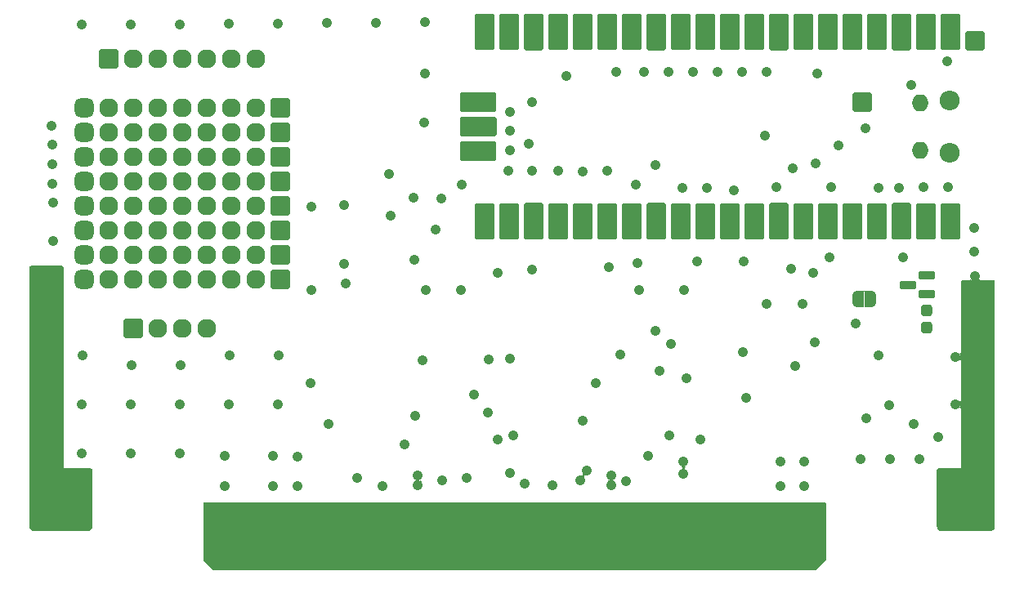
<source format=gts>
G04 #@! TF.GenerationSoftware,KiCad,Pcbnew,(6.0.9-0)*
G04 #@! TF.CreationDate,2022-11-09T18:09:48+01:00*
G04 #@! TF.ProjectId,picocart64_v1_lite,7069636f-6361-4727-9436-345f76315f6c,rev?*
G04 #@! TF.SameCoordinates,Original*
G04 #@! TF.FileFunction,Soldermask,Top*
G04 #@! TF.FilePolarity,Negative*
%FSLAX46Y46*%
G04 Gerber Fmt 4.6, Leading zero omitted, Abs format (unit mm)*
G04 Created by KiCad (PCBNEW (6.0.9-0)) date 2022-11-09 18:09:48*
%MOMM*%
%LPD*%
G01*
G04 APERTURE LIST*
G04 Aperture macros list*
%AMRoundRect*
0 Rectangle with rounded corners*
0 $1 Rounding radius*
0 $2 $3 $4 $5 $6 $7 $8 $9 X,Y pos of 4 corners*
0 Add a 4 corners polygon primitive as box body*
4,1,4,$2,$3,$4,$5,$6,$7,$8,$9,$2,$3,0*
0 Add four circle primitives for the rounded corners*
1,1,$1+$1,$2,$3*
1,1,$1+$1,$4,$5*
1,1,$1+$1,$6,$7*
1,1,$1+$1,$8,$9*
0 Add four rect primitives between the rounded corners*
20,1,$1+$1,$2,$3,$4,$5,0*
20,1,$1+$1,$4,$5,$6,$7,0*
20,1,$1+$1,$6,$7,$8,$9,0*
20,1,$1+$1,$8,$9,$2,$3,0*%
%AMFreePoly0*
4,1,39,0.570283,0.859363,0.618252,0.804004,0.630000,0.750000,0.630000,-0.750000,0.609363,-0.820283,0.554004,-0.868252,0.500000,-0.880000,0.000000,-0.880000,-0.017963,-0.874725,-0.082323,-0.873546,-0.118708,-0.867653,-0.254023,-0.825378,-0.287292,-0.809510,-0.405302,-0.730955,-0.432779,-0.706387,-0.523999,-0.597868,-0.543477,-0.566576,-0.600572,-0.436817,-0.610484,-0.401316,-0.628067,-0.266856,
-0.626381,-0.266636,-0.630000,-0.250000,-0.630000,0.250000,-0.628679,0.254499,-0.628415,0.276110,-0.606604,0.416187,-0.595828,0.451434,-0.535580,0.579759,-0.515343,0.610567,-0.421499,0.716825,-0.393430,0.740714,-0.273535,0.816362,-0.239889,0.831412,-0.103582,0.870369,-0.067063,0.875372,-0.022526,0.875100,0.000000,0.880000,0.500000,0.880000,0.570283,0.859363,0.570283,0.859363,
$1*%
%AMFreePoly1*
4,1,39,0.017523,0.874855,0.074698,0.874506,0.111153,0.869058,0.246974,0.828439,0.280434,0.812978,0.399396,0.735871,0.427172,0.711640,0.519710,0.604243,0.539568,0.573192,0.598245,0.444140,0.608590,0.408762,0.628687,0.268429,0.630000,0.250000,0.630000,-0.250000,0.629990,-0.251586,0.629841,-0.263802,0.628049,-0.283784,0.604529,-0.423585,0.593323,-0.458700,0.531511,-0.586279,
0.510900,-0.616835,0.415765,-0.721939,0.387405,-0.745484,0.266595,-0.819661,0.232768,-0.834299,0.095995,-0.871588,0.059418,-0.876144,0.020966,-0.875439,0.000000,-0.880000,-0.500000,-0.880000,-0.570283,-0.859363,-0.618252,-0.804004,-0.630000,-0.750000,-0.630000,0.750000,-0.609363,0.820283,-0.554004,0.868252,-0.500000,0.880000,0.000000,0.880000,0.017523,0.874855,0.017523,0.874855,
$1*%
G04 Aperture macros list end*
%ADD10C,2.760000*%
%ADD11RoundRect,0.130000X0.850000X0.850000X-0.850000X0.850000X-0.850000X-0.850000X0.850000X-0.850000X0*%
%ADD12RoundRect,0.130000X0.850000X-0.850000X0.850000X0.850000X-0.850000X0.850000X-0.850000X-0.850000X0*%
%ADD13O,1.960000X1.960000*%
%ADD14RoundRect,0.555000X0.425000X-0.425000X0.425000X0.425000X-0.425000X0.425000X-0.425000X-0.425000X0*%
%ADD15RoundRect,0.367500X-0.237500X0.250000X-0.237500X-0.250000X0.237500X-0.250000X0.237500X0.250000X0*%
%ADD16FreePoly0,180.000000*%
%ADD17FreePoly1,180.000000*%
%ADD18O,2.060000X2.060000*%
%ADD19O,1.760000X1.760000*%
%ADD20RoundRect,0.130000X-0.850000X1.750000X-0.850000X-1.750000X0.850000X-1.750000X0.850000X1.750000X0*%
%ADD21RoundRect,0.130000X-0.850000X0.850000X-0.850000X-0.850000X0.850000X-0.850000X0.850000X0.850000X0*%
%ADD22RoundRect,0.130000X-1.750000X-0.850000X1.750000X-0.850000X1.750000X0.850000X-1.750000X0.850000X0*%
%ADD23RoundRect,0.280000X0.587500X0.150000X-0.587500X0.150000X-0.587500X-0.150000X0.587500X-0.150000X0*%
%ADD24C,1.060000*%
G04 APERTURE END LIST*
D10*
X102850000Y-112600000D03*
X197650000Y-112600000D03*
D11*
X197939990Y-65199997D03*
X186300000Y-71550000D03*
D12*
X110705000Y-95000000D03*
D13*
X113245000Y-95000000D03*
X115785000Y-95000000D03*
X118325000Y-95000000D03*
X115785000Y-74680000D03*
X110705000Y-79760000D03*
X108165000Y-89920000D03*
X115785000Y-72140000D03*
X108165000Y-82300000D03*
X110705000Y-84840000D03*
X115785000Y-84840000D03*
X123405000Y-77220000D03*
X118325000Y-72140000D03*
X108165000Y-72140000D03*
X120865000Y-77220000D03*
X108165000Y-84840000D03*
X110705000Y-72140000D03*
X123405000Y-82300000D03*
X113245000Y-74680000D03*
X108165000Y-77220000D03*
X115785000Y-79760000D03*
X118325000Y-77220000D03*
X115785000Y-82300000D03*
X120865000Y-89920000D03*
X120865000Y-87380000D03*
X120865000Y-84840000D03*
X113245000Y-77220000D03*
X115785000Y-87380000D03*
X110705000Y-82300000D03*
X108165000Y-87380000D03*
X118325000Y-79760000D03*
X110705000Y-74680000D03*
X108165000Y-79760000D03*
X123405000Y-79760000D03*
X113245000Y-87380000D03*
X115785000Y-89920000D03*
X110705000Y-77220000D03*
X123405000Y-72140000D03*
X120865000Y-72140000D03*
X113245000Y-79760000D03*
X113245000Y-72140000D03*
X123405000Y-87380000D03*
X115785000Y-77220000D03*
X123405000Y-84840000D03*
X113245000Y-84840000D03*
X113245000Y-82300000D03*
X118325000Y-89920000D03*
X118325000Y-87380000D03*
X118325000Y-82300000D03*
X108165000Y-74680000D03*
X110705000Y-89920000D03*
X110705000Y-87380000D03*
X113245000Y-89920000D03*
X120865000Y-79760000D03*
X123405000Y-74680000D03*
X120865000Y-82300000D03*
X120865000Y-74680000D03*
X123405000Y-89920000D03*
X118325000Y-84840000D03*
X118325000Y-74680000D03*
D14*
X105625000Y-79760000D03*
X105625000Y-72140000D03*
X105625000Y-87380000D03*
X105625000Y-89920000D03*
X105625000Y-84840000D03*
X105625000Y-82300000D03*
X105625000Y-74680000D03*
X105625000Y-77220000D03*
D12*
X125945000Y-87380000D03*
X125945000Y-74680000D03*
X125945000Y-72140000D03*
X125945000Y-89920000D03*
X125945000Y-84840000D03*
X125945000Y-82300000D03*
X125945000Y-77220000D03*
X125945000Y-79760000D03*
D15*
X192925000Y-93097500D03*
X192925000Y-94922500D03*
D16*
X187095000Y-91940000D03*
D17*
X185795000Y-91940000D03*
D18*
X195288600Y-76800000D03*
D19*
X192258600Y-76500000D03*
D18*
X195288600Y-71350000D03*
D19*
X192258600Y-71650000D03*
D20*
X195418600Y-64285000D03*
D13*
X195418600Y-65185000D03*
X192878600Y-65185000D03*
D20*
X192878600Y-64285000D03*
X190338600Y-64285000D03*
D21*
X190338600Y-65185000D03*
D13*
X187798600Y-65185000D03*
D20*
X187798600Y-64285000D03*
D13*
X185258600Y-65185000D03*
D20*
X185258600Y-64285000D03*
X182718600Y-64285000D03*
D13*
X182718600Y-65185000D03*
X180178600Y-65185000D03*
D20*
X180178600Y-64285000D03*
D21*
X177638600Y-65185000D03*
D20*
X177638600Y-64285000D03*
X175098600Y-64285000D03*
D13*
X175098600Y-65185000D03*
X172558600Y-65185000D03*
D20*
X172558600Y-64285000D03*
D13*
X170018600Y-65185000D03*
D20*
X170018600Y-64285000D03*
D13*
X167478600Y-65185000D03*
D20*
X167478600Y-64285000D03*
D21*
X164938600Y-65185000D03*
D20*
X164938600Y-64285000D03*
X162398600Y-64285000D03*
D13*
X162398600Y-65185000D03*
X159858600Y-65185000D03*
D20*
X159858600Y-64285000D03*
X157318600Y-64285000D03*
D13*
X157318600Y-65185000D03*
X154778600Y-65185000D03*
D20*
X154778600Y-64285000D03*
X152238600Y-64285000D03*
D21*
X152238600Y-65185000D03*
D13*
X149698600Y-65185000D03*
D20*
X149698600Y-64285000D03*
X147158600Y-64285000D03*
D13*
X147158600Y-65185000D03*
X147158600Y-82965000D03*
D20*
X147158600Y-83865000D03*
D13*
X149698600Y-82965000D03*
D20*
X149698600Y-83865000D03*
X152238600Y-83865000D03*
D21*
X152238600Y-82965000D03*
D20*
X154778600Y-83865000D03*
D13*
X154778600Y-82965000D03*
X157318600Y-82965000D03*
D20*
X157318600Y-83865000D03*
D13*
X159858600Y-82965000D03*
D20*
X159858600Y-83865000D03*
D13*
X162398600Y-82965000D03*
D20*
X162398600Y-83865000D03*
D21*
X164938600Y-82965000D03*
D20*
X164938600Y-83865000D03*
X167478600Y-83865000D03*
D13*
X167478600Y-82965000D03*
X170018600Y-82965000D03*
D20*
X170018600Y-83865000D03*
D13*
X172558600Y-82965000D03*
D20*
X172558600Y-83865000D03*
X175098600Y-83865000D03*
D13*
X175098600Y-82965000D03*
D21*
X177638600Y-82965000D03*
D20*
X177638600Y-83865000D03*
X180178600Y-83865000D03*
D13*
X180178600Y-82965000D03*
X182718600Y-82965000D03*
D20*
X182718600Y-83865000D03*
D13*
X185258600Y-82965000D03*
D20*
X185258600Y-83865000D03*
D13*
X187798600Y-82965000D03*
D20*
X187798600Y-83865000D03*
D21*
X190338600Y-82965000D03*
D20*
X190338600Y-83865000D03*
D13*
X192878600Y-82965000D03*
D20*
X192878600Y-83865000D03*
X195418600Y-83865000D03*
D13*
X195418600Y-82965000D03*
D22*
X146488600Y-71535000D03*
D13*
X147388600Y-71535000D03*
D21*
X147388600Y-74075000D03*
D22*
X146488600Y-74075000D03*
D13*
X147388600Y-76615000D03*
D22*
X146488600Y-76615000D03*
D12*
X108165000Y-67060000D03*
D13*
X110705000Y-67060000D03*
X113245000Y-67060000D03*
X115785000Y-67060000D03*
X118325000Y-67060000D03*
X120865000Y-67060000D03*
X123405000Y-67060000D03*
D23*
X192912500Y-91410000D03*
X192912500Y-89510000D03*
X191037500Y-90460000D03*
D24*
X180250000Y-111350000D03*
X180250000Y-108800000D03*
X177750000Y-111350000D03*
X177750000Y-108750000D03*
X167750000Y-108800000D03*
X167750000Y-110050000D03*
X127750000Y-111350000D03*
X127750000Y-108250000D03*
X125250000Y-108150000D03*
X125250000Y-111350000D03*
X120250000Y-111350000D03*
X120250000Y-108200000D03*
X130810000Y-63336550D03*
X141075000Y-91006500D03*
X140905318Y-73660000D03*
X181610000Y-68538966D03*
X115589704Y-102837791D03*
X190500000Y-87630000D03*
X105410000Y-63500000D03*
X101425000Y-92053295D03*
X177380000Y-80364914D03*
X192620000Y-80364914D03*
X110490000Y-107937495D03*
X115570000Y-107917791D03*
X197953903Y-92060000D03*
X157275000Y-78710000D03*
X168075000Y-100110000D03*
X180047000Y-92460000D03*
X189175000Y-108563500D03*
X181375000Y-96410000D03*
X137275000Y-79010000D03*
X138825000Y-107010000D03*
X105429704Y-102870000D03*
X148475000Y-89210000D03*
X164825000Y-78010000D03*
X129150000Y-100650000D03*
X125730000Y-102814488D03*
X183075000Y-80308167D03*
X152075000Y-78610000D03*
X102356903Y-77960000D03*
X110545560Y-98779704D03*
X102322855Y-75960000D03*
X179275000Y-98910000D03*
X115570000Y-63459124D03*
X162975000Y-88210000D03*
X101384142Y-89553295D03*
X176375000Y-68410000D03*
X197872187Y-87060000D03*
X132600000Y-88300000D03*
X101596097Y-107053295D03*
X173925000Y-97460000D03*
X179075000Y-78410000D03*
X167775000Y-91006500D03*
X102288806Y-73960000D03*
X187958792Y-80395000D03*
X120650000Y-63418266D03*
X172975000Y-80710000D03*
X164075000Y-108210000D03*
X162775000Y-80110000D03*
X197831329Y-84560000D03*
X115625560Y-98760000D03*
X149775000Y-98110000D03*
X147475000Y-103710000D03*
X171295000Y-68432806D03*
X195160000Y-80336540D03*
X176175000Y-75010000D03*
X195075000Y-67260000D03*
X102390951Y-79960000D03*
X185575000Y-94510000D03*
X159875000Y-78610000D03*
X139875000Y-87910000D03*
X173835000Y-68421403D03*
X149776384Y-74510000D03*
X149748011Y-72510000D03*
X190080000Y-80393288D03*
X195875000Y-97910000D03*
X163679048Y-68410000D03*
X120669704Y-102818088D03*
X168755000Y-68432805D03*
X137375000Y-83310000D03*
X139975000Y-104010000D03*
X144675000Y-91006500D03*
X197913045Y-89560000D03*
X169125000Y-88015000D03*
X198076477Y-99560000D03*
X129200000Y-82350000D03*
X120705560Y-97738088D03*
X135890000Y-63295692D03*
X183825000Y-76010000D03*
X197994761Y-94560000D03*
X159975000Y-88610000D03*
X152075000Y-71510000D03*
X195875000Y-102870000D03*
X101465858Y-94553295D03*
X181164600Y-89208800D03*
X182880000Y-87587963D03*
X191325000Y-69760000D03*
X169531400Y-106480800D03*
X101588432Y-102053295D03*
X198124999Y-104560000D03*
X154775000Y-78610000D03*
X192175000Y-108563500D03*
X198125000Y-107060000D03*
X102425000Y-85960000D03*
X152075000Y-88910000D03*
X102425000Y-81960000D03*
X149575000Y-78610000D03*
X101547574Y-99553295D03*
X170180000Y-80400496D03*
X140946176Y-68580000D03*
X186575000Y-74260000D03*
X150075000Y-106110000D03*
X166300000Y-106050000D03*
X142075000Y-84710000D03*
X140727800Y-98251200D03*
X125730000Y-63377408D03*
X105410000Y-107950000D03*
X186075000Y-108563500D03*
X132600000Y-82200000D03*
X173975000Y-88010000D03*
X187960000Y-97759352D03*
X105465560Y-97790000D03*
X110509704Y-102857495D03*
X160775000Y-68410000D03*
X101506716Y-97053295D03*
X198035619Y-97060000D03*
X151675000Y-75810000D03*
X167640000Y-80424141D03*
X163175000Y-91006500D03*
X166179048Y-68410000D03*
X139775000Y-81410000D03*
X101596096Y-104553295D03*
X198117335Y-102060000D03*
X155575000Y-68810000D03*
X149804758Y-76510000D03*
X129200000Y-91006500D03*
X125765856Y-97734488D03*
X110490000Y-63499982D03*
X140970000Y-63254834D03*
X174225000Y-102210000D03*
X130950000Y-104850000D03*
X136575000Y-111310000D03*
X142675000Y-81510000D03*
X160241000Y-110259000D03*
X140241000Y-110259000D03*
X140241000Y-111259000D03*
X160241000Y-111252000D03*
X144775000Y-80110000D03*
X133975000Y-110510000D03*
X194175000Y-106210000D03*
X191575000Y-104910000D03*
X189075000Y-102910000D03*
X186675000Y-104260000D03*
X165275000Y-99360000D03*
X166425000Y-96610000D03*
X146075000Y-101810000D03*
X147575000Y-98210000D03*
X142750000Y-110700000D03*
X164825000Y-95210000D03*
X145250000Y-110510000D03*
X161175000Y-97660000D03*
X151275000Y-111110000D03*
X154200000Y-111200000D03*
X158625000Y-100660000D03*
X181400000Y-77855000D03*
X178875000Y-88810000D03*
X176375000Y-92410000D03*
X161775000Y-110810000D03*
X148475000Y-106510000D03*
X149775000Y-110010000D03*
X157050000Y-110750000D03*
X157750000Y-109700000D03*
X157325000Y-104510000D03*
X132750000Y-90350000D03*
G36*
X199942121Y-90020002D02*
G01*
X199988614Y-90073658D01*
X200000000Y-90126000D01*
X200000000Y-109728000D01*
X199979998Y-109796121D01*
X199926342Y-109842614D01*
X199874000Y-109854000D01*
X196503088Y-109854000D01*
X196496906Y-109853848D01*
X196481291Y-109853081D01*
X196468985Y-109851869D01*
X196456574Y-109850028D01*
X196444448Y-109847616D01*
X196432267Y-109844565D01*
X196420435Y-109840976D01*
X196408629Y-109836752D01*
X196397202Y-109832019D01*
X196385859Y-109826654D01*
X196374948Y-109820822D01*
X196364190Y-109814373D01*
X196353921Y-109807511D01*
X196343837Y-109800033D01*
X196334267Y-109792179D01*
X196324975Y-109783756D01*
X196316244Y-109775025D01*
X196307821Y-109765733D01*
X196299967Y-109756163D01*
X196292489Y-109746079D01*
X196285627Y-109735810D01*
X196279178Y-109725052D01*
X196273346Y-109714141D01*
X196267981Y-109702798D01*
X196263248Y-109691371D01*
X196259024Y-109679565D01*
X196255435Y-109667733D01*
X196252650Y-109656614D01*
X196255501Y-109585674D01*
X196296253Y-109527538D01*
X196361966Y-109500663D01*
X196374874Y-109500000D01*
X196481885Y-109500000D01*
X196497124Y-109495525D01*
X196498329Y-109494135D01*
X196500000Y-109486452D01*
X196500000Y-90126000D01*
X196520002Y-90057879D01*
X196573658Y-90011386D01*
X196626000Y-90000000D01*
X199874000Y-90000000D01*
X199942121Y-90020002D01*
G37*
G36*
X103442121Y-88520002D02*
G01*
X103488614Y-88573658D01*
X103500000Y-88626000D01*
X103500000Y-109481885D01*
X103504475Y-109497124D01*
X103505865Y-109498329D01*
X103513548Y-109500000D01*
X103520838Y-109500000D01*
X103588959Y-109520002D01*
X103635452Y-109573658D01*
X103645556Y-109643932D01*
X103616062Y-109708512D01*
X103556336Y-109746896D01*
X103539329Y-109750636D01*
X103531018Y-109751869D01*
X103518709Y-109753081D01*
X103503094Y-109753848D01*
X103496912Y-109754000D01*
X100126000Y-109754000D01*
X100057879Y-109733998D01*
X100011386Y-109680342D01*
X100000000Y-109628000D01*
X100000000Y-88626000D01*
X100020002Y-88557879D01*
X100073658Y-88511386D01*
X100126000Y-88500000D01*
X103374000Y-88500000D01*
X103442121Y-88520002D01*
G37*
G36*
X182442121Y-113020002D02*
G01*
X182488614Y-113073658D01*
X182500000Y-113126000D01*
X182500000Y-118947810D01*
X182479998Y-119015931D01*
X182463095Y-119036905D01*
X181536905Y-119963095D01*
X181474593Y-119997121D01*
X181447810Y-120000000D01*
X119052190Y-120000000D01*
X118984069Y-119979998D01*
X118963095Y-119963095D01*
X118036905Y-119036905D01*
X118002879Y-118974593D01*
X118000000Y-118947810D01*
X118000000Y-113126000D01*
X118020002Y-113057879D01*
X118073658Y-113011386D01*
X118126000Y-113000000D01*
X182374000Y-113000000D01*
X182442121Y-113020002D01*
G37*
G36*
X199942121Y-109266002D02*
G01*
X199988614Y-109319658D01*
X200000000Y-109372000D01*
X200000000Y-115491742D01*
X199998922Y-115508188D01*
X199985128Y-115612963D01*
X199976615Y-115644735D01*
X199939361Y-115734674D01*
X199922914Y-115763160D01*
X199863651Y-115840393D01*
X199840393Y-115863651D01*
X199763160Y-115922914D01*
X199734674Y-115939361D01*
X199644735Y-115976615D01*
X199612963Y-115985128D01*
X199508188Y-115998922D01*
X199491742Y-116000000D01*
X194508258Y-116000000D01*
X194491812Y-115998922D01*
X194387037Y-115985128D01*
X194355265Y-115976615D01*
X194265326Y-115939361D01*
X194236840Y-115922914D01*
X194159607Y-115863651D01*
X194136349Y-115840393D01*
X194077086Y-115763160D01*
X194060639Y-115734674D01*
X194023385Y-115644735D01*
X194014872Y-115612963D01*
X194001078Y-115508188D01*
X194000000Y-115491742D01*
X194000000Y-109626000D01*
X194020002Y-109557879D01*
X194073658Y-109511386D01*
X194126000Y-109500000D01*
X196481885Y-109500000D01*
X196497124Y-109495525D01*
X196498329Y-109494135D01*
X196500000Y-109486452D01*
X196500000Y-109372000D01*
X196520002Y-109303879D01*
X196573658Y-109257386D01*
X196626000Y-109246000D01*
X199874000Y-109246000D01*
X199942121Y-109266002D01*
G37*
G36*
X103442121Y-109266002D02*
G01*
X103488614Y-109319658D01*
X103500000Y-109372000D01*
X103500000Y-109481885D01*
X103504475Y-109497124D01*
X103505865Y-109498329D01*
X103513548Y-109500000D01*
X106374000Y-109500000D01*
X106442121Y-109520002D01*
X106488614Y-109573658D01*
X106500000Y-109626000D01*
X106500000Y-115491742D01*
X106498922Y-115508188D01*
X106485128Y-115612963D01*
X106476615Y-115644735D01*
X106439361Y-115734674D01*
X106422914Y-115763160D01*
X106363651Y-115840393D01*
X106340393Y-115863651D01*
X106263160Y-115922914D01*
X106234674Y-115939361D01*
X106144735Y-115976615D01*
X106112963Y-115985128D01*
X106008188Y-115998922D01*
X105991742Y-116000000D01*
X100508258Y-116000000D01*
X100491812Y-115998922D01*
X100387037Y-115985128D01*
X100355265Y-115976615D01*
X100265326Y-115939361D01*
X100236840Y-115922914D01*
X100159607Y-115863651D01*
X100136349Y-115840393D01*
X100077086Y-115763160D01*
X100060639Y-115734674D01*
X100023385Y-115644735D01*
X100014872Y-115612963D01*
X100001078Y-115508188D01*
X100000000Y-115491742D01*
X100000000Y-109372000D01*
X100020002Y-109303879D01*
X100073658Y-109257386D01*
X100126000Y-109246000D01*
X103374000Y-109246000D01*
X103442121Y-109266002D01*
G37*
G36*
X182480771Y-112993068D02*
G01*
X182499430Y-112998068D01*
X182500718Y-112999356D01*
X182501000Y-112999356D01*
X182501932Y-113000570D01*
X182506932Y-113019231D01*
X182507000Y-113019749D01*
X182507000Y-118980253D01*
X182506932Y-118980771D01*
X182501932Y-118999432D01*
X182501510Y-118999854D01*
X182501535Y-118999879D01*
X182501535Y-119000915D01*
X182499000Y-119010375D01*
X182498654Y-119011075D01*
X182498167Y-119011709D01*
X182497995Y-119011905D01*
X181518916Y-119990984D01*
X181518502Y-119991302D01*
X181501769Y-120000963D01*
X181501169Y-120000963D01*
X181501169Y-120001000D01*
X181500437Y-120001732D01*
X181491957Y-120006628D01*
X181491219Y-120006879D01*
X181490431Y-120006983D01*
X181490169Y-120007000D01*
X119019749Y-120007000D01*
X119019231Y-120006932D01*
X119000571Y-120001932D01*
X119000146Y-120001507D01*
X119000119Y-120001533D01*
X118999083Y-120001533D01*
X118989625Y-119998999D01*
X118988926Y-119998654D01*
X118988290Y-119998166D01*
X118988093Y-119997993D01*
X118009016Y-119018916D01*
X118008698Y-119018502D01*
X117999037Y-119001769D01*
X117999037Y-119001169D01*
X117999000Y-119001169D01*
X117998268Y-119000437D01*
X117997599Y-118999279D01*
X118002000Y-118999279D01*
X118002183Y-118999355D01*
X119000904Y-119998076D01*
X119001089Y-119998000D01*
X181499279Y-119998000D01*
X181499355Y-119997817D01*
X182498076Y-118999096D01*
X182498000Y-118998914D01*
X182498000Y-113002000D01*
X118002000Y-113002000D01*
X118002000Y-118999279D01*
X117997599Y-118999279D01*
X117993372Y-118991957D01*
X117993121Y-118991219D01*
X117993017Y-118990431D01*
X117993000Y-118990169D01*
X117993000Y-113019749D01*
X117993068Y-113019231D01*
X117998068Y-113000570D01*
X117999356Y-112999282D01*
X117999356Y-112999000D01*
X118000570Y-112998068D01*
X118019231Y-112993068D01*
X118019749Y-112993000D01*
X182480253Y-112993000D01*
X182480771Y-112993068D01*
G37*
G36*
X197428783Y-89758770D02*
G01*
X197455798Y-89823990D01*
X197539705Y-89933340D01*
X197624510Y-89998413D01*
X197625275Y-90000261D01*
X197624057Y-90001848D01*
X197623292Y-90002000D01*
X196502000Y-90002000D01*
X196502000Y-109500000D01*
X196501000Y-109501732D01*
X196500000Y-109502000D01*
X194002000Y-109502000D01*
X194002000Y-115499868D01*
X194018986Y-115628888D01*
X194068733Y-115748990D01*
X194147874Y-115852126D01*
X194251010Y-115931267D01*
X194371112Y-115981014D01*
X194500132Y-115998000D01*
X199499868Y-115998000D01*
X199628888Y-115981014D01*
X199748990Y-115931267D01*
X199852126Y-115852126D01*
X199931267Y-115748990D01*
X199981014Y-115628888D01*
X199998000Y-115499868D01*
X199998000Y-90002000D01*
X198202798Y-90002000D01*
X198201066Y-90001000D01*
X198201066Y-89999000D01*
X198201580Y-89998413D01*
X198286385Y-89933340D01*
X198370292Y-89823990D01*
X198385012Y-89788451D01*
X198386599Y-89787233D01*
X198388447Y-89787998D01*
X198388846Y-89789456D01*
X198379602Y-89865844D01*
X198409646Y-89936279D01*
X198470939Y-89982299D01*
X198526249Y-89993000D01*
X199980253Y-89993000D01*
X199980771Y-89993068D01*
X199999430Y-89998068D01*
X200000718Y-89999356D01*
X200001000Y-89999356D01*
X200001932Y-90000570D01*
X200006932Y-90019231D01*
X200007000Y-90019749D01*
X200007000Y-115495088D01*
X200006996Y-115495219D01*
X200006312Y-115505649D01*
X200006299Y-115505779D01*
X199991186Y-115620576D01*
X199991135Y-115620833D01*
X199985751Y-115640926D01*
X199985667Y-115641173D01*
X199943243Y-115743595D01*
X199943127Y-115743830D01*
X199932727Y-115761842D01*
X199932582Y-115762060D01*
X199865089Y-115850018D01*
X199864916Y-115850214D01*
X199850214Y-115864916D01*
X199850018Y-115865089D01*
X199762060Y-115932582D01*
X199761842Y-115932727D01*
X199743830Y-115943127D01*
X199743595Y-115943243D01*
X199641173Y-115985667D01*
X199640926Y-115985751D01*
X199620833Y-115991135D01*
X199620576Y-115991186D01*
X199505779Y-116006299D01*
X199505649Y-116006312D01*
X199495219Y-116006996D01*
X199495088Y-116007000D01*
X194504912Y-116007000D01*
X194504781Y-116006996D01*
X194494351Y-116006312D01*
X194494221Y-116006299D01*
X194379424Y-115991186D01*
X194379167Y-115991135D01*
X194359074Y-115985751D01*
X194358827Y-115985667D01*
X194256405Y-115943243D01*
X194256170Y-115943127D01*
X194238158Y-115932727D01*
X194237940Y-115932582D01*
X194149982Y-115865089D01*
X194149786Y-115864916D01*
X194135084Y-115850214D01*
X194134911Y-115850018D01*
X194067418Y-115762060D01*
X194067273Y-115761842D01*
X194056873Y-115743830D01*
X194056757Y-115743595D01*
X194014333Y-115641173D01*
X194014249Y-115640926D01*
X194008865Y-115620833D01*
X194008814Y-115620576D01*
X193993701Y-115505779D01*
X193993688Y-115505649D01*
X193993004Y-115495219D01*
X193993000Y-115495088D01*
X193993000Y-109519749D01*
X193993068Y-109519231D01*
X193998068Y-109500570D01*
X193999356Y-109499282D01*
X193999356Y-109499000D01*
X194000570Y-109498068D01*
X194019231Y-109493068D01*
X194019749Y-109493000D01*
X196344737Y-109493000D01*
X196418967Y-109473110D01*
X196473110Y-109418967D01*
X196493000Y-109344737D01*
X196493000Y-103356626D01*
X196473110Y-103282397D01*
X196418967Y-103228253D01*
X196345001Y-103208434D01*
X196270863Y-103228299D01*
X196257639Y-103237644D01*
X196255648Y-103237827D01*
X196254493Y-103236194D01*
X196254898Y-103234793D01*
X196332247Y-103133990D01*
X196384992Y-103006652D01*
X196402983Y-102870000D01*
X196384992Y-102733348D01*
X196332247Y-102606010D01*
X196252746Y-102502402D01*
X196252485Y-102500419D01*
X196254072Y-102499201D01*
X196255232Y-102499397D01*
X196315003Y-102529458D01*
X196391449Y-102525051D01*
X196455450Y-102483011D01*
X196489930Y-102414452D01*
X196493000Y-102384498D01*
X196493000Y-98396626D01*
X196473110Y-98322397D01*
X196418967Y-98268253D01*
X196345001Y-98248434D01*
X196270863Y-98268299D01*
X196257639Y-98277644D01*
X196255648Y-98277827D01*
X196254493Y-98276194D01*
X196254898Y-98274793D01*
X196332247Y-98173990D01*
X196384992Y-98046652D01*
X196402983Y-97910000D01*
X196384992Y-97773348D01*
X196332247Y-97646010D01*
X196252746Y-97542402D01*
X196252485Y-97540419D01*
X196254072Y-97539201D01*
X196255232Y-97539397D01*
X196315003Y-97569458D01*
X196391449Y-97565051D01*
X196455450Y-97523011D01*
X196489930Y-97454452D01*
X196493000Y-97424498D01*
X196493000Y-90019749D01*
X196493068Y-90019231D01*
X196498068Y-90000570D01*
X196499356Y-89999282D01*
X196499356Y-89999000D01*
X196500570Y-89998068D01*
X196519231Y-89993068D01*
X196519749Y-89993000D01*
X197298220Y-89993000D01*
X197372450Y-89973110D01*
X197426593Y-89918967D01*
X197446436Y-89844911D01*
X197437409Y-89793974D01*
X197425057Y-89760222D01*
X197425401Y-89758252D01*
X197427279Y-89757565D01*
X197428783Y-89758770D01*
G37*
G36*
X103480771Y-88493068D02*
G01*
X103499430Y-88498068D01*
X103500718Y-88499356D01*
X103501000Y-88499356D01*
X103501932Y-88500570D01*
X103506932Y-88519231D01*
X103507000Y-88519749D01*
X103507000Y-109344737D01*
X103526890Y-109418967D01*
X103581034Y-109473110D01*
X103655263Y-109493000D01*
X106480253Y-109493000D01*
X106480771Y-109493068D01*
X106499430Y-109498068D01*
X106500718Y-109499356D01*
X106501000Y-109499356D01*
X106501932Y-109500570D01*
X106506932Y-109519231D01*
X106507000Y-109519749D01*
X106507000Y-115495088D01*
X106506996Y-115495219D01*
X106506312Y-115505649D01*
X106506299Y-115505779D01*
X106491186Y-115620576D01*
X106491135Y-115620833D01*
X106485751Y-115640926D01*
X106485667Y-115641173D01*
X106443243Y-115743595D01*
X106443127Y-115743830D01*
X106432727Y-115761842D01*
X106432582Y-115762060D01*
X106365089Y-115850018D01*
X106364916Y-115850214D01*
X106350214Y-115864916D01*
X106350018Y-115865089D01*
X106262060Y-115932582D01*
X106261842Y-115932727D01*
X106243830Y-115943127D01*
X106243595Y-115943243D01*
X106141173Y-115985667D01*
X106140926Y-115985751D01*
X106120833Y-115991135D01*
X106120576Y-115991186D01*
X106005779Y-116006299D01*
X106005649Y-116006312D01*
X105995219Y-116006996D01*
X105995088Y-116007000D01*
X100504912Y-116007000D01*
X100504781Y-116006996D01*
X100494351Y-116006312D01*
X100494221Y-116006299D01*
X100379424Y-115991186D01*
X100379167Y-115991135D01*
X100359074Y-115985751D01*
X100358827Y-115985667D01*
X100256405Y-115943243D01*
X100256170Y-115943127D01*
X100238158Y-115932727D01*
X100237940Y-115932582D01*
X100149982Y-115865089D01*
X100149786Y-115864916D01*
X100135084Y-115850214D01*
X100134911Y-115850018D01*
X100067418Y-115762060D01*
X100067273Y-115761842D01*
X100056873Y-115743830D01*
X100056757Y-115743595D01*
X100014333Y-115641173D01*
X100014249Y-115640926D01*
X100008865Y-115620833D01*
X100008814Y-115620576D01*
X99993701Y-115505779D01*
X99993688Y-115505649D01*
X99993309Y-115499868D01*
X100002000Y-115499868D01*
X100018986Y-115628888D01*
X100068733Y-115748990D01*
X100147874Y-115852126D01*
X100251010Y-115931267D01*
X100371112Y-115981014D01*
X100500132Y-115998000D01*
X105999868Y-115998000D01*
X106128888Y-115981014D01*
X106248990Y-115931267D01*
X106352126Y-115852126D01*
X106431267Y-115748990D01*
X106481014Y-115628888D01*
X106498000Y-115499868D01*
X106498000Y-109502000D01*
X103500000Y-109502000D01*
X103498268Y-109501000D01*
X103498000Y-109500000D01*
X103498000Y-88502000D01*
X100002000Y-88502000D01*
X100002000Y-115499868D01*
X99993309Y-115499868D01*
X99993004Y-115495219D01*
X99993000Y-115495088D01*
X99993000Y-88519749D01*
X99993068Y-88519231D01*
X99998068Y-88500570D01*
X99999356Y-88499282D01*
X99999356Y-88499000D01*
X100000570Y-88498068D01*
X100019231Y-88493068D01*
X100019749Y-88493000D01*
X103480253Y-88493000D01*
X103480771Y-88493068D01*
G37*
G36*
X139900220Y-110657324D02*
G01*
X139977010Y-110716247D01*
X140075763Y-110757152D01*
X140076981Y-110758739D01*
X140076216Y-110760587D01*
X140075763Y-110760848D01*
X139977010Y-110801753D01*
X139891097Y-110867676D01*
X139889114Y-110867937D01*
X139887896Y-110866350D01*
X139888219Y-110864974D01*
X139927289Y-110806830D01*
X139932498Y-110730435D01*
X139898715Y-110661477D01*
X139897573Y-110660310D01*
X139897076Y-110658373D01*
X139898505Y-110656974D01*
X139900220Y-110657324D01*
G37*
G36*
X159897826Y-110655487D02*
G01*
X159977010Y-110716247D01*
X160067314Y-110753652D01*
X160068532Y-110755239D01*
X160067767Y-110757087D01*
X160067314Y-110757348D01*
X159977010Y-110794753D01*
X159887740Y-110863252D01*
X159885757Y-110863513D01*
X159884539Y-110861926D01*
X159884862Y-110860549D01*
X159923362Y-110803257D01*
X159928570Y-110726863D01*
X159894812Y-110657954D01*
X159894948Y-110655958D01*
X159896744Y-110655079D01*
X159897826Y-110655487D01*
G37*
G36*
X140595406Y-110650651D02*
G01*
X140595071Y-110652045D01*
X140555373Y-110709806D01*
X140549366Y-110786144D01*
X140582419Y-110855441D01*
X140585209Y-110858290D01*
X140585706Y-110860227D01*
X140584277Y-110861626D01*
X140582562Y-110861276D01*
X140504990Y-110801753D01*
X140406237Y-110760848D01*
X140405019Y-110759261D01*
X140405784Y-110757413D01*
X140406237Y-110757152D01*
X140504990Y-110716247D01*
X140592205Y-110649325D01*
X140594188Y-110649064D01*
X140595406Y-110650651D01*
G37*
G36*
X160598910Y-110647962D02*
G01*
X160598575Y-110649356D01*
X160559385Y-110706380D01*
X160553377Y-110782718D01*
X160586429Y-110852012D01*
X160587265Y-110852866D01*
X160587762Y-110854803D01*
X160586334Y-110856203D01*
X160584618Y-110855853D01*
X160504990Y-110794753D01*
X160414686Y-110757348D01*
X160413468Y-110755761D01*
X160414233Y-110753913D01*
X160414686Y-110753652D01*
X160504990Y-110716247D01*
X160595709Y-110646636D01*
X160597692Y-110646375D01*
X160598910Y-110647962D01*
G37*
G36*
X157326447Y-110007901D02*
G01*
X157376660Y-110073340D01*
X157486010Y-110157247D01*
X157613348Y-110209992D01*
X157625557Y-110211600D01*
X157627144Y-110212818D01*
X157626883Y-110214801D01*
X157625306Y-110215583D01*
X157561106Y-110215919D01*
X157494991Y-110254553D01*
X157457054Y-110321066D01*
X157457456Y-110397739D01*
X157477299Y-110440489D01*
X157477121Y-110442481D01*
X157475307Y-110443323D01*
X157473898Y-110442549D01*
X157423340Y-110376660D01*
X157313990Y-110292753D01*
X157186652Y-110240008D01*
X157177604Y-110238817D01*
X157176017Y-110237599D01*
X157176278Y-110235617D01*
X157177834Y-110234834D01*
X157240331Y-110233851D01*
X157306034Y-110194528D01*
X157343275Y-110127619D01*
X157342070Y-110050944D01*
X157323046Y-110009961D01*
X157323224Y-110007969D01*
X157325038Y-110007127D01*
X157326447Y-110007901D01*
G37*
G36*
X167613348Y-109309992D02*
G01*
X167750000Y-109327983D01*
X167886652Y-109309992D01*
X167963195Y-109278287D01*
X167965178Y-109278548D01*
X167965943Y-109280396D01*
X167964859Y-109281922D01*
X167944780Y-109292020D01*
X167887407Y-109343137D01*
X167863363Y-109415840D01*
X167878891Y-109490822D01*
X167929976Y-109548160D01*
X167941833Y-109555172D01*
X167971088Y-109570662D01*
X167972151Y-109572357D01*
X167971215Y-109574124D01*
X167969387Y-109574278D01*
X167886652Y-109540008D01*
X167750000Y-109522017D01*
X167613348Y-109540008D01*
X167533646Y-109573022D01*
X167531663Y-109572761D01*
X167530898Y-109570913D01*
X167531964Y-109569397D01*
X167555296Y-109557354D01*
X167612135Y-109505634D01*
X167635415Y-109432687D01*
X167619103Y-109357870D01*
X167567409Y-109301060D01*
X167558252Y-109295644D01*
X167525971Y-109278117D01*
X167524926Y-109276411D01*
X167525880Y-109274654D01*
X167527690Y-109274511D01*
X167613348Y-109309992D01*
G37*
G36*
X186439881Y-91106665D02*
G01*
X186512366Y-91089616D01*
X186514281Y-91090193D01*
X186514739Y-91092140D01*
X186513935Y-91093226D01*
X186504518Y-91099518D01*
X186476781Y-91141030D01*
X186467000Y-91190199D01*
X186467000Y-92689801D01*
X186476781Y-92738970D01*
X186504518Y-92780482D01*
X186518560Y-92789865D01*
X186519445Y-92791659D01*
X186518334Y-92793322D01*
X186516872Y-92793443D01*
X186450119Y-92773335D01*
X186377634Y-92790384D01*
X186375719Y-92789807D01*
X186375261Y-92787860D01*
X186376065Y-92786774D01*
X186385482Y-92780482D01*
X186413219Y-92738970D01*
X186423000Y-92689801D01*
X186423000Y-91190199D01*
X186413219Y-91141030D01*
X186385482Y-91099518D01*
X186371440Y-91090135D01*
X186370555Y-91088341D01*
X186371666Y-91086678D01*
X186373128Y-91086557D01*
X186439881Y-91106665D01*
G37*
M02*

</source>
